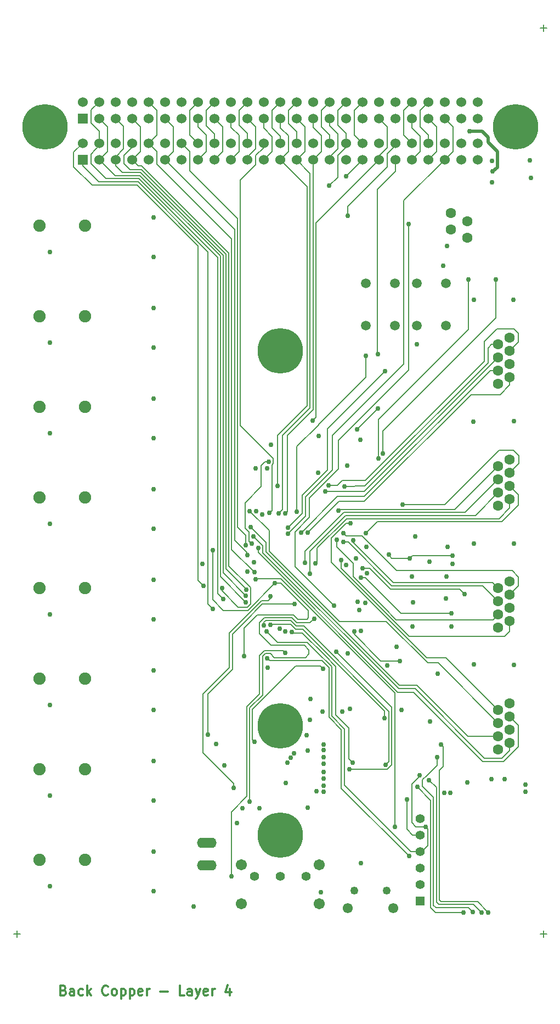
<source format=gbl>
G04 (created by PCBNEW (2013-07-07 BZR 4022)-stable) date 2/21/2016 2:52:36 PM*
%MOIN*%
G04 Gerber Fmt 3.4, Leading zero omitted, Abs format*
%FSLAX34Y34*%
G01*
G70*
G90*
G04 APERTURE LIST*
%ADD10C,0.00590551*%
%ADD11C,0.005*%
%ADD12C,0.0118*%
%ADD13C,0.0748031*%
%ADD14C,0.0672*%
%ADD15C,0.0551181*%
%ADD16C,0.275591*%
%ADD17R,0.06X0.06*%
%ADD18C,0.06*%
%ADD19C,0.0629921*%
%ADD20C,0.2756*%
%ADD21R,0.055X0.055*%
%ADD22C,0.055*%
%ADD23O,0.12X0.062*%
%ADD24O,0.12X0.063*%
%ADD25C,0.0610236*%
%ADD26C,0.0492126*%
%ADD27C,0.0590551*%
%ADD28C,0.03*%
%ADD29C,0.008*%
%ADD30C,0.02*%
G04 APERTURE END LIST*
G54D10*
G54D11*
X42190Y-9011D02*
X41809Y-9011D01*
X42000Y-9202D02*
X42000Y-8821D01*
X10190Y-64011D02*
X9809Y-64011D01*
X10000Y-64202D02*
X10000Y-63821D01*
X42190Y-64011D02*
X41809Y-64011D01*
X42000Y-64202D02*
X42000Y-63821D01*
G54D12*
X12837Y-67429D02*
X12922Y-67457D01*
X12950Y-67485D01*
X12978Y-67542D01*
X12978Y-67626D01*
X12950Y-67682D01*
X12922Y-67711D01*
X12865Y-67739D01*
X12640Y-67739D01*
X12640Y-67148D01*
X12837Y-67148D01*
X12894Y-67176D01*
X12922Y-67204D01*
X12950Y-67260D01*
X12950Y-67317D01*
X12922Y-67373D01*
X12894Y-67401D01*
X12837Y-67429D01*
X12640Y-67429D01*
X13485Y-67739D02*
X13485Y-67429D01*
X13456Y-67373D01*
X13400Y-67345D01*
X13288Y-67345D01*
X13231Y-67373D01*
X13485Y-67711D02*
X13428Y-67739D01*
X13288Y-67739D01*
X13231Y-67711D01*
X13203Y-67654D01*
X13203Y-67598D01*
X13231Y-67542D01*
X13288Y-67514D01*
X13428Y-67514D01*
X13485Y-67485D01*
X14019Y-67711D02*
X13963Y-67739D01*
X13850Y-67739D01*
X13794Y-67711D01*
X13766Y-67682D01*
X13738Y-67626D01*
X13738Y-67457D01*
X13766Y-67401D01*
X13794Y-67373D01*
X13850Y-67345D01*
X13963Y-67345D01*
X14019Y-67373D01*
X14272Y-67739D02*
X14272Y-67148D01*
X14329Y-67514D02*
X14498Y-67739D01*
X14498Y-67345D02*
X14272Y-67570D01*
X15539Y-67682D02*
X15511Y-67711D01*
X15426Y-67739D01*
X15370Y-67739D01*
X15286Y-67711D01*
X15229Y-67654D01*
X15201Y-67598D01*
X15173Y-67485D01*
X15173Y-67401D01*
X15201Y-67288D01*
X15229Y-67232D01*
X15286Y-67176D01*
X15370Y-67148D01*
X15426Y-67148D01*
X15511Y-67176D01*
X15539Y-67204D01*
X15877Y-67739D02*
X15820Y-67711D01*
X15792Y-67682D01*
X15764Y-67626D01*
X15764Y-67457D01*
X15792Y-67401D01*
X15820Y-67373D01*
X15877Y-67345D01*
X15961Y-67345D01*
X16017Y-67373D01*
X16046Y-67401D01*
X16074Y-67457D01*
X16074Y-67626D01*
X16046Y-67682D01*
X16017Y-67711D01*
X15961Y-67739D01*
X15877Y-67739D01*
X16327Y-67345D02*
X16327Y-67936D01*
X16327Y-67373D02*
X16383Y-67345D01*
X16496Y-67345D01*
X16552Y-67373D01*
X16580Y-67401D01*
X16608Y-67457D01*
X16608Y-67626D01*
X16580Y-67682D01*
X16552Y-67711D01*
X16496Y-67739D01*
X16383Y-67739D01*
X16327Y-67711D01*
X16862Y-67345D02*
X16862Y-67936D01*
X16862Y-67373D02*
X16918Y-67345D01*
X17030Y-67345D01*
X17087Y-67373D01*
X17115Y-67401D01*
X17143Y-67457D01*
X17143Y-67626D01*
X17115Y-67682D01*
X17087Y-67711D01*
X17030Y-67739D01*
X16918Y-67739D01*
X16862Y-67711D01*
X17621Y-67711D02*
X17565Y-67739D01*
X17453Y-67739D01*
X17396Y-67711D01*
X17368Y-67654D01*
X17368Y-67429D01*
X17396Y-67373D01*
X17453Y-67345D01*
X17565Y-67345D01*
X17621Y-67373D01*
X17650Y-67429D01*
X17650Y-67485D01*
X17368Y-67542D01*
X17903Y-67739D02*
X17903Y-67345D01*
X17903Y-67457D02*
X17931Y-67401D01*
X17959Y-67373D01*
X18015Y-67345D01*
X18072Y-67345D01*
X18719Y-67514D02*
X19169Y-67514D01*
X20182Y-67739D02*
X19901Y-67739D01*
X19901Y-67148D01*
X20633Y-67739D02*
X20633Y-67429D01*
X20605Y-67373D01*
X20548Y-67345D01*
X20436Y-67345D01*
X20379Y-67373D01*
X20633Y-67711D02*
X20576Y-67739D01*
X20436Y-67739D01*
X20379Y-67711D01*
X20351Y-67654D01*
X20351Y-67598D01*
X20379Y-67542D01*
X20436Y-67514D01*
X20576Y-67514D01*
X20633Y-67485D01*
X20858Y-67345D02*
X20999Y-67739D01*
X21139Y-67345D02*
X20999Y-67739D01*
X20942Y-67879D01*
X20914Y-67908D01*
X20858Y-67936D01*
X21590Y-67711D02*
X21533Y-67739D01*
X21421Y-67739D01*
X21364Y-67711D01*
X21336Y-67654D01*
X21336Y-67429D01*
X21364Y-67373D01*
X21421Y-67345D01*
X21533Y-67345D01*
X21590Y-67373D01*
X21618Y-67429D01*
X21618Y-67485D01*
X21336Y-67542D01*
X21871Y-67739D02*
X21871Y-67345D01*
X21871Y-67457D02*
X21899Y-67401D01*
X21927Y-67373D01*
X21984Y-67345D01*
X22040Y-67345D01*
X22940Y-67345D02*
X22940Y-67739D01*
X22800Y-67120D02*
X22659Y-67542D01*
X23025Y-67542D01*
G54D13*
X14133Y-21000D03*
X11377Y-21000D03*
X14133Y-26500D03*
X11377Y-26500D03*
X14133Y-32000D03*
X11377Y-32000D03*
X14133Y-37500D03*
X11377Y-37500D03*
X14133Y-43000D03*
X11377Y-43000D03*
X14133Y-48500D03*
X11377Y-48500D03*
X14133Y-54000D03*
X11377Y-54000D03*
X14133Y-59500D03*
X11377Y-59500D03*
G54D14*
X23637Y-62181D03*
X28362Y-62181D03*
G54D15*
X26000Y-60507D03*
X27574Y-60507D03*
X24425Y-60507D03*
G54D14*
X23637Y-59818D03*
X28362Y-59818D03*
G54D16*
X26000Y-58000D03*
X40300Y-15000D03*
X11700Y-15000D03*
G54D17*
X14000Y-14500D03*
G54D18*
X14000Y-13500D03*
X15000Y-14500D03*
X15000Y-13500D03*
X16000Y-14500D03*
X16000Y-13500D03*
X17000Y-14500D03*
X17000Y-13500D03*
X18000Y-14500D03*
X18000Y-13500D03*
X19000Y-14500D03*
X19000Y-13500D03*
X20000Y-14500D03*
X20000Y-13500D03*
X21000Y-14500D03*
X21000Y-13500D03*
X22000Y-14500D03*
X22000Y-13500D03*
X23000Y-14500D03*
X23000Y-13500D03*
X24000Y-14500D03*
X24000Y-13500D03*
X25000Y-14500D03*
X25000Y-13500D03*
X26000Y-14500D03*
X26000Y-13500D03*
X27000Y-14500D03*
X27000Y-13500D03*
X28000Y-14500D03*
X28000Y-13500D03*
X29000Y-14500D03*
X29000Y-13500D03*
X30000Y-14500D03*
X30000Y-13500D03*
X31000Y-14500D03*
X31000Y-13500D03*
X32000Y-14500D03*
X32000Y-13500D03*
X33000Y-14500D03*
X33000Y-13500D03*
X34000Y-14500D03*
X34000Y-13500D03*
X35000Y-14500D03*
X35000Y-13500D03*
X36000Y-14500D03*
X36000Y-13500D03*
X37000Y-14500D03*
X37000Y-13500D03*
X38000Y-14500D03*
X38000Y-13500D03*
G54D17*
X14000Y-17000D03*
G54D18*
X14000Y-16000D03*
X15000Y-17000D03*
X15000Y-16000D03*
X16000Y-17000D03*
X16000Y-16000D03*
X17000Y-17000D03*
X17000Y-16000D03*
X18000Y-17000D03*
X18000Y-16000D03*
X19000Y-17000D03*
X19000Y-16000D03*
X20000Y-17000D03*
X20000Y-16000D03*
X21000Y-17000D03*
X21000Y-16000D03*
X22000Y-17000D03*
X22000Y-16000D03*
X23000Y-17000D03*
X23000Y-16000D03*
X24000Y-17000D03*
X24000Y-16000D03*
X25000Y-17000D03*
X25000Y-16000D03*
X26000Y-17000D03*
X26000Y-16000D03*
X27000Y-17000D03*
X27000Y-16000D03*
X28000Y-17000D03*
X28000Y-16000D03*
X29000Y-17000D03*
X29000Y-16000D03*
X30000Y-17000D03*
X30000Y-16000D03*
X31000Y-17000D03*
X31000Y-16000D03*
X32000Y-17000D03*
X32000Y-16000D03*
X33000Y-17000D03*
X33000Y-16000D03*
X34000Y-17000D03*
X34000Y-16000D03*
X35000Y-17000D03*
X35000Y-16000D03*
X36000Y-17000D03*
X36000Y-16000D03*
X37000Y-17000D03*
X37000Y-16000D03*
X38000Y-17000D03*
X38000Y-16000D03*
G54D19*
X39952Y-51596D03*
X39952Y-50797D03*
X39251Y-52002D03*
X39251Y-51203D03*
X39251Y-52801D03*
X39952Y-52396D03*
X39251Y-50403D03*
X39952Y-49998D03*
X39952Y-36796D03*
X39952Y-35997D03*
X39251Y-37202D03*
X39251Y-36403D03*
X39251Y-38001D03*
X39952Y-37596D03*
X39251Y-35603D03*
X39952Y-35198D03*
X39952Y-29396D03*
X39952Y-28597D03*
X39251Y-29802D03*
X39251Y-29003D03*
X39251Y-30601D03*
X39952Y-30196D03*
X39251Y-28203D03*
X39952Y-27798D03*
X39952Y-44196D03*
X39952Y-43397D03*
X39251Y-44602D03*
X39251Y-43803D03*
X39251Y-45401D03*
X39952Y-44996D03*
X39251Y-43003D03*
X39952Y-42598D03*
X36368Y-21248D03*
X36368Y-20251D03*
X37368Y-21748D03*
X37368Y-20751D03*
G54D20*
X26000Y-28622D03*
X26000Y-51377D03*
G54D21*
X34500Y-62000D03*
G54D22*
X34500Y-61000D03*
X34500Y-60000D03*
X34500Y-59000D03*
X34500Y-58000D03*
X34500Y-57000D03*
G54D23*
X21550Y-59838D03*
G54D24*
X21550Y-58461D03*
G54D25*
X30122Y-62429D03*
G54D26*
X32484Y-61375D03*
X30515Y-61375D03*
G54D25*
X32877Y-62429D03*
G54D27*
X32985Y-24520D03*
X31214Y-24520D03*
X31214Y-27079D03*
X32985Y-27079D03*
X36085Y-24520D03*
X34314Y-24520D03*
X34314Y-27079D03*
X36085Y-27079D03*
G54D28*
X21900Y-44260D03*
X21340Y-42880D03*
X23912Y-43872D03*
X22540Y-43680D03*
X23916Y-43476D03*
X22474Y-42992D03*
X23924Y-43102D03*
X24426Y-42044D03*
X23990Y-41014D03*
X23904Y-40392D03*
X25332Y-38458D03*
X25825Y-36809D03*
X25922Y-38472D03*
X26316Y-38490D03*
X28960Y-18590D03*
X30000Y-18010D03*
X27980Y-32830D03*
X31942Y-28806D03*
X31942Y-32108D03*
X30660Y-33390D03*
X30120Y-20410D03*
X29280Y-44090D03*
X33810Y-20900D03*
X26480Y-39721D03*
X25406Y-45253D03*
X37140Y-62700D03*
X34350Y-55090D03*
X32334Y-50916D03*
X35540Y-53260D03*
X37690Y-62670D03*
X38230Y-62700D03*
X35050Y-54670D03*
X35770Y-52500D03*
X38650Y-62700D03*
X25215Y-47264D03*
X33840Y-59290D03*
X33690Y-55850D03*
X32415Y-53742D03*
X25022Y-45275D03*
X25189Y-45646D03*
X34470Y-54380D03*
X34840Y-57500D03*
X30190Y-54000D03*
X29405Y-46868D03*
X28060Y-44860D03*
X24150Y-55960D03*
X24430Y-52330D03*
X28600Y-47900D03*
X26860Y-43990D03*
X21600Y-51900D03*
X37430Y-24280D03*
X31960Y-35150D03*
X39110Y-24280D03*
X32240Y-34840D03*
X29912Y-36844D03*
X27277Y-39650D03*
X28927Y-36771D03*
X28754Y-37143D03*
X27680Y-39640D03*
X29545Y-38300D03*
X31198Y-39690D03*
X27800Y-42130D03*
X33430Y-37940D03*
X27515Y-41460D03*
X28150Y-41500D03*
X30450Y-40120D03*
X29850Y-39680D03*
X29850Y-40220D03*
X29450Y-40090D03*
X29709Y-41323D03*
X30279Y-39082D03*
X24387Y-39890D03*
X37220Y-43390D03*
X31001Y-41823D03*
X24155Y-38335D03*
X24683Y-40580D03*
X24194Y-39300D03*
X27020Y-38370D03*
X31210Y-28920D03*
X23180Y-55150D03*
X25400Y-43500D03*
X24490Y-42472D03*
X32970Y-57520D03*
X30900Y-45600D03*
X30900Y-59725D03*
X28475Y-61459D03*
X24270Y-40320D03*
X25300Y-35346D03*
X23800Y-47150D03*
X33880Y-41205D03*
X21913Y-40723D03*
X25689Y-42717D03*
X36460Y-41040D03*
X32590Y-40975D03*
X30508Y-45626D03*
X33283Y-47426D03*
X24400Y-41450D03*
X34300Y-28200D03*
X27800Y-51000D03*
X38860Y-17080D03*
X25970Y-45480D03*
X30900Y-42390D03*
X30020Y-41600D03*
X31240Y-40520D03*
X33370Y-50400D03*
X38840Y-54600D03*
X36400Y-44535D03*
X22610Y-53760D03*
X28570Y-50505D03*
X27620Y-51940D03*
X29780Y-50514D03*
X30880Y-34010D03*
X36480Y-41550D03*
X22110Y-52485D03*
X23700Y-56379D03*
X37770Y-25500D03*
X27680Y-56340D03*
X27680Y-52874D03*
X37780Y-47640D03*
X37780Y-40300D03*
X37730Y-32910D03*
X24900Y-38540D03*
X28200Y-55350D03*
X38910Y-17710D03*
X37510Y-15260D03*
X36130Y-22230D03*
X38860Y-18370D03*
X28330Y-33760D03*
X26340Y-54840D03*
X24730Y-56379D03*
X24008Y-42004D03*
X27835Y-49729D03*
X25250Y-47850D03*
X12000Y-61100D03*
X12000Y-55600D03*
X12000Y-50100D03*
X12000Y-44600D03*
X12000Y-39100D03*
X12000Y-33600D03*
X12000Y-28100D03*
X12000Y-22600D03*
X18300Y-61400D03*
X18300Y-59000D03*
X18300Y-55900D03*
X18300Y-53500D03*
X18300Y-50400D03*
X18300Y-48000D03*
X18300Y-44900D03*
X18300Y-42500D03*
X18300Y-39400D03*
X18300Y-37000D03*
X18300Y-33900D03*
X18300Y-31500D03*
X18300Y-28400D03*
X18300Y-26000D03*
X18300Y-22900D03*
X18300Y-20500D03*
X28650Y-52500D03*
X28640Y-55360D03*
X26320Y-45650D03*
X31170Y-43920D03*
X30120Y-46960D03*
X30600Y-41200D03*
X31275Y-42100D03*
X24545Y-38330D03*
X36340Y-55450D03*
X35970Y-55450D03*
X36060Y-43629D03*
X40170Y-25500D03*
X33060Y-46570D03*
X40200Y-47679D03*
X36090Y-42300D03*
X34060Y-43879D03*
X30064Y-35566D03*
X21275Y-41530D03*
X25435Y-34300D03*
X41229Y-18110D03*
X41179Y-17050D03*
X35920Y-23440D03*
X35070Y-41420D03*
X26640Y-53320D03*
X20750Y-62350D03*
X24505Y-35735D03*
X25205Y-35735D03*
X35565Y-48209D03*
X36405Y-45340D03*
X36185Y-40520D03*
X34210Y-39860D03*
X39630Y-54610D03*
X35100Y-51100D03*
X28290Y-36000D03*
X34000Y-42300D03*
X30225Y-50329D03*
X28640Y-54190D03*
X28645Y-53664D03*
X28650Y-52850D03*
X28640Y-55000D03*
X28650Y-53280D03*
X28640Y-54580D03*
X23380Y-57270D03*
X40200Y-32890D03*
X40220Y-40300D03*
X37370Y-54794D03*
X40900Y-55370D03*
X40900Y-54929D03*
X26450Y-53600D03*
X26840Y-53040D03*
X34025Y-45340D03*
X30710Y-43850D03*
X26464Y-39339D03*
X32372Y-29856D03*
X32500Y-47725D03*
X30790Y-44350D03*
X23040Y-60510D03*
X26300Y-46950D03*
X30410Y-53620D03*
X26704Y-45664D03*
G54D29*
X21616Y-22606D02*
X21616Y-43976D01*
X17360Y-18349D02*
X21616Y-22606D01*
X14000Y-17380D02*
X14969Y-18349D01*
X14969Y-18349D02*
X17360Y-18349D01*
X14000Y-17380D02*
X14000Y-17000D01*
X21616Y-43976D02*
X21900Y-44260D01*
X21000Y-42540D02*
X21000Y-22234D01*
X17420Y-18654D02*
X21000Y-22234D01*
X17420Y-18655D02*
X17420Y-18654D01*
X17322Y-18557D02*
X17420Y-18655D01*
X14586Y-18557D02*
X17322Y-18557D01*
X13456Y-17427D02*
X14586Y-18557D01*
X13456Y-16543D02*
X13456Y-17427D01*
X13456Y-16543D02*
X14000Y-16000D01*
X21000Y-42540D02*
X21340Y-42880D01*
X17461Y-17960D02*
X15960Y-17960D01*
X15960Y-17960D02*
X15000Y-17000D01*
X17461Y-17960D02*
X22357Y-22857D01*
X22357Y-42317D02*
X22357Y-22857D01*
X23912Y-43872D02*
X22357Y-42317D01*
X15497Y-16502D02*
X15202Y-16797D01*
X15497Y-14997D02*
X15497Y-16502D01*
X15000Y-14500D02*
X15497Y-14997D01*
X15202Y-16797D02*
X15000Y-17000D01*
X15409Y-18140D02*
X17390Y-18140D01*
X14787Y-16390D02*
X14789Y-16390D01*
X14787Y-16390D02*
X14512Y-16666D01*
X14512Y-16666D02*
X14512Y-17243D01*
X14512Y-17243D02*
X15409Y-18140D01*
X14789Y-16390D02*
X15000Y-16180D01*
X15000Y-16000D02*
X15000Y-16180D01*
X22190Y-43330D02*
X22540Y-43680D01*
X22190Y-22940D02*
X22190Y-43330D01*
X17390Y-18140D02*
X22190Y-22940D01*
X15000Y-16000D02*
X15000Y-15260D01*
X15000Y-15260D02*
X14515Y-14775D01*
X14515Y-13984D02*
X14515Y-14775D01*
X15000Y-13500D02*
X14515Y-13984D01*
X22527Y-22799D02*
X22527Y-42087D01*
X17507Y-17780D02*
X22527Y-22799D01*
X16000Y-17390D02*
X16390Y-17780D01*
X16390Y-17780D02*
X17507Y-17780D01*
X16000Y-17000D02*
X16000Y-17390D01*
X22527Y-42087D02*
X23916Y-43476D01*
X16000Y-17000D02*
X16000Y-16830D01*
X16000Y-16830D02*
X16487Y-16342D01*
X16487Y-14987D02*
X16487Y-16342D01*
X16000Y-14500D02*
X16487Y-14987D01*
X24192Y-42986D02*
X22884Y-41678D01*
X24192Y-43990D02*
X24192Y-42986D01*
X24014Y-44168D02*
X24192Y-43990D01*
X23896Y-44168D02*
X24014Y-44168D01*
X23896Y-44168D02*
X23450Y-44168D01*
X17382Y-17382D02*
X17588Y-17382D01*
X17588Y-17382D02*
X22884Y-22678D01*
X22884Y-22678D02*
X22884Y-41678D01*
X17382Y-17382D02*
X17000Y-17000D01*
X22471Y-42989D02*
X22474Y-42992D01*
X23450Y-44168D02*
X22471Y-43189D01*
X22471Y-43189D02*
X22471Y-42989D01*
X17000Y-17000D02*
X17494Y-16505D01*
X17494Y-14994D02*
X17494Y-16505D01*
X17000Y-14500D02*
X17494Y-14994D01*
X22697Y-22731D02*
X22697Y-41837D01*
X16865Y-17600D02*
X17565Y-17600D01*
X17565Y-17600D02*
X22697Y-22731D01*
X17000Y-16000D02*
X17000Y-16236D01*
X17000Y-16236D02*
X16492Y-16744D01*
X16492Y-16744D02*
X16492Y-17226D01*
X16492Y-17226D02*
X16865Y-17600D01*
X23924Y-43064D02*
X23924Y-43102D01*
X22697Y-41837D02*
X23924Y-43064D01*
X18500Y-16500D02*
X18000Y-16000D01*
X18500Y-16500D02*
X18500Y-17261D01*
X18500Y-17261D02*
X23052Y-21813D01*
X23052Y-21813D02*
X23052Y-40670D01*
X24426Y-42044D02*
X23052Y-40670D01*
X18494Y-15505D02*
X18000Y-16000D01*
X18494Y-13994D02*
X18494Y-15505D01*
X18000Y-13500D02*
X18494Y-13994D01*
X23230Y-40100D02*
X23986Y-40856D01*
X23230Y-21230D02*
X19000Y-17000D01*
X23230Y-21230D02*
X23230Y-40100D01*
X23986Y-41010D02*
X23986Y-40856D01*
X23990Y-41014D02*
X23986Y-41010D01*
X19501Y-16498D02*
X19000Y-17000D01*
X19501Y-15001D02*
X19501Y-16498D01*
X19000Y-14500D02*
X19501Y-15001D01*
X20500Y-16500D02*
X20000Y-16000D01*
X20500Y-17674D02*
X23408Y-20582D01*
X20500Y-16500D02*
X20500Y-17674D01*
X23408Y-20582D02*
X23408Y-39318D01*
X23890Y-39800D02*
X23408Y-39318D01*
X23890Y-40378D02*
X23890Y-39800D01*
X23904Y-40392D02*
X23890Y-40378D01*
X21000Y-15020D02*
X21000Y-14500D01*
X21502Y-15522D02*
X21000Y-15020D01*
X21502Y-16497D02*
X21502Y-15522D01*
X21000Y-17000D02*
X21502Y-16497D01*
X20499Y-15499D02*
X21000Y-16000D01*
X20499Y-14000D02*
X20499Y-15499D01*
X21000Y-13500D02*
X20499Y-14000D01*
X22502Y-15002D02*
X22000Y-14500D01*
X22502Y-16497D02*
X22502Y-15002D01*
X22000Y-17000D02*
X22502Y-16497D01*
X22000Y-16000D02*
X22000Y-15440D01*
X21499Y-14000D02*
X22000Y-13500D01*
X21499Y-14000D02*
X21499Y-14939D01*
X21499Y-14939D02*
X22000Y-15440D01*
X23010Y-15030D02*
X23010Y-14510D01*
X23000Y-17000D02*
X23496Y-16503D01*
X23496Y-16503D02*
X23496Y-15516D01*
X23496Y-15516D02*
X23010Y-15030D01*
X23010Y-14510D02*
X23000Y-14500D01*
X24000Y-17000D02*
X24000Y-16740D01*
X24000Y-16850D02*
X24497Y-16352D01*
X24497Y-14997D02*
X24497Y-16352D01*
X24000Y-14500D02*
X24497Y-14997D01*
X23502Y-13997D02*
X24000Y-13500D01*
X23502Y-14906D02*
X23502Y-13997D01*
X24000Y-15403D02*
X23502Y-14906D01*
X24000Y-16000D02*
X24000Y-15403D01*
X25502Y-16497D02*
X25000Y-17000D01*
X25502Y-15592D02*
X25502Y-16497D01*
X25000Y-15090D02*
X25502Y-15592D01*
X25000Y-14500D02*
X25000Y-15090D01*
X25497Y-38292D02*
X25497Y-35531D01*
X25497Y-35531D02*
X25570Y-35458D01*
X25570Y-35458D02*
X25570Y-35140D01*
X25570Y-35140D02*
X24440Y-34010D01*
X24440Y-34010D02*
X24440Y-34010D01*
X24510Y-16756D02*
X25000Y-16266D01*
X25000Y-16266D02*
X25000Y-16000D01*
X23585Y-33155D02*
X23585Y-18245D01*
X23585Y-18245D02*
X24510Y-17320D01*
X24510Y-17320D02*
X24510Y-16756D01*
X24440Y-34010D02*
X23585Y-33155D01*
X25332Y-38458D02*
X25497Y-38292D01*
X26000Y-15060D02*
X26000Y-14500D01*
X26492Y-15552D02*
X26000Y-15060D01*
X26492Y-16507D02*
X26492Y-15552D01*
X26000Y-17000D02*
X26492Y-16507D01*
X26000Y-17000D02*
X27648Y-18648D01*
X25825Y-33753D02*
X25825Y-36809D01*
X27648Y-31930D02*
X25825Y-33753D01*
X27648Y-18648D02*
X27648Y-31930D01*
X26000Y-16000D02*
X26000Y-15580D01*
X26000Y-15580D02*
X25492Y-15072D01*
X25492Y-14007D02*
X26000Y-13500D01*
X25492Y-15072D02*
X25492Y-14007D01*
X26150Y-38243D02*
X26150Y-33748D01*
X26150Y-33748D02*
X27818Y-32080D01*
X27818Y-32080D02*
X27818Y-17828D01*
X27000Y-17010D02*
X27818Y-17828D01*
X27000Y-17010D02*
X27000Y-17000D01*
X25922Y-38472D02*
X26150Y-38243D01*
X27497Y-16501D02*
X26998Y-17000D01*
X27497Y-14997D02*
X27497Y-16501D01*
X27000Y-14500D02*
X27497Y-14997D01*
X26998Y-17000D02*
X27000Y-17000D01*
X27000Y-16000D02*
X27000Y-15310D01*
X27000Y-15310D02*
X26502Y-14812D01*
X26502Y-13997D02*
X27000Y-13500D01*
X26502Y-14812D02*
X26502Y-13997D01*
X26430Y-38375D02*
X26430Y-38205D01*
X26316Y-38490D02*
X26430Y-38375D01*
X28502Y-16497D02*
X28000Y-17000D01*
X28502Y-15532D02*
X28502Y-16497D01*
X28000Y-15030D02*
X28502Y-15532D01*
X28000Y-14500D02*
X28000Y-15030D01*
X28000Y-32181D02*
X28000Y-17000D01*
X26430Y-33750D02*
X28000Y-32181D01*
X26430Y-38205D02*
X26430Y-33750D01*
X29000Y-17000D02*
X29000Y-16840D01*
X29000Y-16840D02*
X29496Y-16343D01*
X29000Y-14500D02*
X29000Y-14950D01*
X29496Y-16343D02*
X29496Y-15446D01*
X29496Y-15446D02*
X29000Y-14950D01*
X29000Y-16000D02*
X29000Y-15510D01*
X28499Y-14000D02*
X29000Y-13500D01*
X28499Y-14000D02*
X28499Y-15009D01*
X28499Y-15009D02*
X29000Y-15510D01*
X29498Y-16757D02*
X29500Y-18070D01*
X29500Y-18070D02*
X28960Y-18590D01*
X29502Y-13997D02*
X30000Y-13500D01*
X29502Y-14906D02*
X29502Y-13997D01*
X30000Y-15403D02*
X29502Y-14906D01*
X30000Y-16000D02*
X30000Y-15403D01*
X30000Y-16256D02*
X30000Y-16000D01*
X29498Y-16757D02*
X30000Y-16256D01*
X30000Y-18010D02*
X30760Y-17250D01*
X30760Y-17240D02*
X31000Y-17000D01*
X30760Y-17250D02*
X30760Y-17240D01*
X30492Y-14007D02*
X31000Y-13500D01*
X30492Y-15492D02*
X30492Y-14007D01*
X31000Y-16000D02*
X30492Y-15492D01*
X32000Y-16773D02*
X32000Y-17000D01*
X32492Y-16281D02*
X32000Y-16773D01*
X32492Y-14992D02*
X32492Y-16281D01*
X32000Y-14500D02*
X32492Y-14992D01*
X32000Y-17000D02*
X28171Y-20828D01*
X28171Y-32639D02*
X27980Y-32830D01*
X28171Y-20828D02*
X28171Y-32639D01*
X33000Y-17722D02*
X33000Y-17000D01*
X31922Y-18800D02*
X33000Y-17722D01*
X31922Y-28786D02*
X31922Y-18800D01*
X31942Y-28806D02*
X31922Y-28786D01*
X30660Y-33390D02*
X31942Y-32108D01*
X31830Y-18120D02*
X32496Y-17454D01*
X32496Y-17454D02*
X32496Y-16653D01*
X32496Y-16653D02*
X33000Y-16150D01*
X31829Y-18120D02*
X30120Y-19830D01*
X30120Y-19830D02*
X30120Y-20410D01*
X31830Y-18120D02*
X31829Y-18120D01*
X34502Y-16497D02*
X34000Y-17000D01*
X34502Y-15582D02*
X34502Y-16497D01*
X34000Y-15080D02*
X34502Y-15582D01*
X34000Y-14500D02*
X34000Y-15080D01*
X33492Y-15492D02*
X34000Y-16000D01*
X33492Y-14007D02*
X33492Y-15492D01*
X34000Y-13500D02*
X33492Y-14007D01*
X35492Y-14992D02*
X35000Y-14500D01*
X35492Y-16507D02*
X35492Y-14992D01*
X35000Y-17000D02*
X35492Y-16507D01*
X35000Y-15513D02*
X35000Y-16000D01*
X34492Y-15006D02*
X35000Y-15513D01*
X34492Y-14007D02*
X34492Y-15006D01*
X35000Y-13500D02*
X34492Y-14007D01*
X33810Y-29760D02*
X33810Y-20900D01*
X33424Y-30145D02*
X33810Y-29760D01*
X26892Y-39594D02*
X26892Y-41702D01*
X27766Y-38720D02*
X26892Y-39594D01*
X27766Y-37537D02*
X27766Y-38720D01*
X29531Y-35772D02*
X27766Y-37537D01*
X29531Y-34042D02*
X29531Y-35772D01*
X26892Y-41702D02*
X29280Y-44090D01*
X33424Y-30150D02*
X29531Y-34042D01*
X33424Y-30150D02*
X33424Y-30145D01*
X33520Y-29410D02*
X33520Y-19480D01*
X33080Y-29850D02*
X33520Y-29410D01*
X33075Y-29850D02*
X29189Y-33737D01*
X29189Y-33737D02*
X29189Y-35834D01*
X29189Y-35834D02*
X27544Y-37479D01*
X27544Y-37479D02*
X27544Y-38657D01*
X27544Y-38657D02*
X27544Y-38657D01*
X27544Y-38657D02*
X26480Y-39721D01*
X33075Y-29850D02*
X33080Y-29850D01*
X33520Y-19480D02*
X36000Y-17000D01*
X36000Y-14500D02*
X36500Y-15000D01*
X36500Y-16500D02*
X36000Y-17000D01*
X36500Y-15000D02*
X36500Y-16500D01*
X35449Y-62700D02*
X37140Y-62700D01*
X35150Y-62400D02*
X35449Y-62700D01*
X35150Y-55900D02*
X35150Y-62400D01*
X34350Y-55090D02*
X35150Y-55900D01*
X32334Y-50475D02*
X32334Y-50916D01*
X27366Y-45507D02*
X32334Y-50475D01*
X27064Y-45507D02*
X27366Y-45507D01*
X27066Y-45509D02*
X27064Y-45507D01*
X26936Y-45509D02*
X27066Y-45509D01*
X26636Y-45209D02*
X26936Y-45509D01*
X25450Y-45209D02*
X26636Y-45209D01*
X25406Y-45253D02*
X25450Y-45209D01*
X35540Y-53780D02*
X35540Y-53260D01*
X34939Y-54359D02*
X35540Y-53780D01*
X34940Y-54359D02*
X34939Y-54359D01*
X34650Y-54650D02*
X34940Y-54359D01*
X34650Y-55029D02*
X34650Y-54650D01*
X35320Y-55699D02*
X34650Y-55029D01*
X35320Y-62260D02*
X35320Y-55699D01*
X35480Y-62420D02*
X35320Y-62260D01*
X37440Y-62420D02*
X35480Y-62420D01*
X37690Y-62670D02*
X37440Y-62420D01*
X35050Y-54669D02*
X35050Y-54670D01*
X35500Y-55100D02*
X35050Y-54669D01*
X35490Y-62079D02*
X35500Y-55100D01*
X35630Y-62220D02*
X35490Y-62079D01*
X37750Y-62220D02*
X35630Y-62220D01*
X38230Y-62700D02*
X37750Y-62220D01*
X35920Y-52650D02*
X35770Y-52500D01*
X35920Y-53830D02*
X35920Y-52650D01*
X35670Y-54080D02*
X35920Y-53830D01*
X35670Y-61949D02*
X35670Y-54080D01*
X35760Y-62040D02*
X35670Y-61949D01*
X37990Y-62040D02*
X35760Y-62040D01*
X38650Y-62700D02*
X37990Y-62040D01*
X29721Y-55171D02*
X29721Y-51597D01*
X25215Y-47265D02*
X25360Y-47410D01*
X25360Y-47410D02*
X28523Y-47410D01*
X25215Y-47264D02*
X25215Y-47265D01*
X33840Y-59290D02*
X29721Y-55171D01*
X28969Y-47856D02*
X28523Y-47410D01*
X28969Y-50846D02*
X28969Y-47856D01*
X29721Y-51597D02*
X28969Y-50846D01*
X33690Y-55850D02*
X33690Y-57640D01*
X34050Y-58000D02*
X34500Y-58000D01*
X33690Y-57640D02*
X34050Y-58000D01*
X32609Y-53549D02*
X32415Y-53742D01*
X32609Y-50494D02*
X32609Y-53549D01*
X27432Y-45317D02*
X32609Y-50494D01*
X27100Y-45317D02*
X27432Y-45317D01*
X27102Y-45319D02*
X27100Y-45317D01*
X26982Y-45319D02*
X27102Y-45319D01*
X26644Y-44980D02*
X26982Y-45319D01*
X25129Y-44980D02*
X26644Y-44980D01*
X25022Y-45087D02*
X25129Y-44980D01*
X25022Y-45275D02*
X25022Y-45087D01*
X25022Y-45275D02*
X25022Y-45275D01*
X25189Y-45646D02*
X25852Y-46309D01*
X25852Y-46309D02*
X27648Y-46309D01*
X34980Y-58630D02*
X34980Y-57640D01*
X34610Y-59000D02*
X34980Y-58630D01*
X34980Y-57640D02*
X34840Y-57500D01*
X34840Y-57500D02*
X34240Y-57500D01*
X34470Y-54440D02*
X34470Y-54380D01*
X33990Y-54922D02*
X34470Y-54440D01*
X34240Y-57500D02*
X33990Y-57250D01*
X33990Y-57250D02*
X33990Y-54922D01*
X34610Y-59000D02*
X33950Y-59000D01*
X29910Y-54960D02*
X29910Y-51560D01*
X33950Y-59000D02*
X29910Y-54960D01*
X27648Y-46309D02*
X28200Y-46861D01*
X28200Y-46861D02*
X28200Y-46860D01*
X29130Y-50780D02*
X29910Y-51560D01*
X29130Y-47790D02*
X29130Y-50780D01*
X29130Y-47790D02*
X28200Y-46860D01*
X30214Y-54024D02*
X30190Y-54000D01*
X29405Y-46868D02*
X32784Y-50247D01*
X32784Y-50247D02*
X32784Y-53756D01*
X32784Y-53756D02*
X32516Y-54024D01*
X32516Y-54024D02*
X30214Y-54024D01*
X28060Y-44860D02*
X27820Y-45100D01*
X24150Y-50290D02*
X24150Y-55960D01*
X24930Y-49510D02*
X24150Y-50290D01*
X24930Y-47150D02*
X24930Y-49510D01*
X25090Y-46990D02*
X24930Y-47150D01*
X25410Y-46990D02*
X25090Y-46990D01*
X25650Y-47230D02*
X25410Y-46990D01*
X27540Y-47230D02*
X25650Y-47230D01*
X27750Y-47020D02*
X27540Y-47230D01*
X27750Y-46760D02*
X27750Y-47020D01*
X27470Y-46480D02*
X27750Y-46760D01*
X25450Y-46480D02*
X27470Y-46480D01*
X24750Y-45780D02*
X25450Y-46480D01*
X24750Y-45120D02*
X24750Y-45780D01*
X25050Y-44820D02*
X24750Y-45120D01*
X26720Y-44820D02*
X25050Y-44820D01*
X27000Y-45100D02*
X26720Y-44820D01*
X27820Y-45100D02*
X27000Y-45100D01*
X28430Y-47730D02*
X26955Y-47730D01*
X24320Y-52220D02*
X24320Y-50365D01*
X24320Y-50365D02*
X26955Y-47730D01*
X24430Y-52330D02*
X24320Y-52220D01*
X28600Y-47900D02*
X28430Y-47730D01*
X23100Y-45800D02*
X23100Y-47953D01*
X24914Y-43987D02*
X26862Y-43987D01*
X23801Y-45101D02*
X24914Y-43987D01*
X26862Y-43987D02*
X26860Y-43990D01*
X23798Y-45101D02*
X23100Y-45800D01*
X21600Y-49453D02*
X21600Y-51900D01*
X23801Y-45101D02*
X23798Y-45101D01*
X23100Y-47953D02*
X21600Y-49453D01*
X31960Y-32790D02*
X37430Y-27320D01*
X37430Y-27320D02*
X37430Y-24280D01*
X31960Y-32790D02*
X31960Y-35150D01*
X39110Y-26620D02*
X39110Y-24280D01*
X32240Y-33490D02*
X39110Y-26620D01*
X32240Y-33490D02*
X32240Y-34840D01*
X29912Y-36844D02*
X31135Y-36824D01*
X38630Y-28430D02*
X38856Y-28203D01*
X38630Y-29330D02*
X38630Y-28430D01*
X31135Y-36824D02*
X38630Y-29330D01*
X39251Y-28203D02*
X38856Y-28203D01*
X39251Y-29802D02*
X38767Y-29802D01*
X38767Y-29802D02*
X31116Y-37453D01*
X27295Y-39632D02*
X27277Y-39650D01*
X27295Y-39632D02*
X27295Y-39632D01*
X27295Y-39634D02*
X27295Y-39632D01*
X29476Y-37453D02*
X27295Y-39634D01*
X31116Y-37453D02*
X29476Y-37453D01*
X38420Y-29250D02*
X38420Y-28027D01*
X40481Y-28068D02*
X39952Y-28597D01*
X40481Y-27547D02*
X40481Y-28068D01*
X40214Y-27279D02*
X40481Y-27547D01*
X39167Y-27279D02*
X40214Y-27279D01*
X38420Y-28027D02*
X39167Y-27279D01*
X29758Y-36488D02*
X31181Y-36488D01*
X31181Y-36488D02*
X38420Y-29250D01*
X29475Y-36771D02*
X29758Y-36488D01*
X28927Y-36771D02*
X29475Y-36771D01*
X31110Y-37144D02*
X39251Y-29003D01*
X28753Y-37144D02*
X31110Y-37144D01*
X28754Y-37143D02*
X28753Y-37144D01*
X27680Y-39640D02*
X29567Y-37752D01*
X31117Y-37752D02*
X29567Y-37752D01*
X39952Y-30196D02*
X39952Y-30691D01*
X39952Y-30691D02*
X39374Y-31270D01*
X39374Y-31270D02*
X37599Y-31270D01*
X37599Y-31270D02*
X31117Y-37752D01*
X36615Y-38240D02*
X39251Y-35603D01*
X29605Y-38240D02*
X36615Y-38240D01*
X29545Y-38300D02*
X29605Y-38240D01*
X39236Y-35603D02*
X39251Y-35603D01*
X39487Y-38989D02*
X31898Y-38989D01*
X40489Y-37987D02*
X39487Y-38989D01*
X40489Y-37333D02*
X40489Y-37987D01*
X40489Y-37333D02*
X39952Y-36796D01*
X31198Y-39690D02*
X31898Y-38989D01*
X27794Y-40769D02*
X27794Y-42124D01*
X39251Y-37202D02*
X37861Y-38592D01*
X37861Y-38592D02*
X29972Y-38592D01*
X29972Y-38592D02*
X27794Y-40769D01*
X27794Y-42124D02*
X27800Y-42130D01*
X36000Y-37940D02*
X39300Y-34640D01*
X40491Y-34966D02*
X40165Y-34640D01*
X40491Y-35458D02*
X40491Y-34966D01*
X40491Y-35458D02*
X39952Y-35997D01*
X39300Y-34640D02*
X40165Y-34640D01*
X33430Y-37940D02*
X36000Y-37940D01*
X27515Y-41460D02*
X27515Y-40773D01*
X29875Y-38412D02*
X27515Y-40773D01*
X39251Y-36403D02*
X37242Y-38412D01*
X37242Y-38412D02*
X29875Y-38412D01*
X39952Y-38146D02*
X39305Y-38792D01*
X39305Y-38792D02*
X30038Y-38792D01*
X39952Y-37596D02*
X39952Y-38146D01*
X28240Y-40590D02*
X30038Y-38792D01*
X28150Y-41500D02*
X28240Y-41409D01*
X28240Y-41409D02*
X28240Y-40590D01*
X32865Y-42670D02*
X38918Y-42670D01*
X32865Y-42670D02*
X30450Y-40235D01*
X30450Y-40235D02*
X30450Y-40120D01*
X38918Y-42670D02*
X39251Y-43003D01*
X33082Y-41958D02*
X30969Y-39840D01*
X39952Y-43397D02*
X40469Y-42880D01*
X40469Y-42880D02*
X40469Y-42334D01*
X40469Y-42334D02*
X40093Y-41958D01*
X40093Y-41958D02*
X33082Y-41958D01*
X29850Y-39680D02*
X29850Y-39685D01*
X30005Y-39840D02*
X30969Y-39840D01*
X29850Y-39685D02*
X30005Y-39840D01*
X32777Y-42874D02*
X30126Y-40222D01*
X38322Y-42874D02*
X32777Y-42874D01*
X39251Y-43803D02*
X38322Y-42874D01*
X30126Y-40222D02*
X29850Y-40220D01*
X32296Y-44184D02*
X32296Y-44184D01*
X32296Y-44184D02*
X33041Y-44930D01*
X38924Y-44930D02*
X39251Y-44602D01*
X33041Y-44930D02*
X38924Y-44930D01*
X39251Y-44602D02*
X39251Y-44601D01*
X30430Y-42318D02*
X30430Y-41494D01*
X32296Y-44184D02*
X30430Y-42318D01*
X29450Y-40500D02*
X29450Y-40090D01*
X30430Y-41494D02*
X29450Y-40500D01*
X39628Y-45951D02*
X33836Y-45951D01*
X39952Y-45626D02*
X39628Y-45951D01*
X39952Y-44996D02*
X39952Y-45626D01*
X29709Y-41824D02*
X29709Y-41323D01*
X33836Y-45951D02*
X29709Y-41824D01*
X39251Y-50403D02*
X36088Y-47240D01*
X30279Y-39082D02*
X30279Y-39082D01*
X30015Y-39082D02*
X30279Y-39082D01*
X29111Y-39986D02*
X30015Y-39082D01*
X29111Y-41452D02*
X29111Y-39986D01*
X34898Y-47240D02*
X29111Y-41452D01*
X36088Y-47240D02*
X34898Y-47240D01*
X38422Y-53342D02*
X39476Y-53342D01*
X39476Y-53342D02*
X39952Y-52866D01*
X39952Y-52396D02*
X39952Y-52866D01*
X24387Y-39890D02*
X24953Y-40455D01*
X24953Y-40455D02*
X24953Y-40883D01*
X24953Y-40883D02*
X33194Y-49124D01*
X33194Y-49124D02*
X34204Y-49124D01*
X34204Y-49124D02*
X38422Y-53342D01*
X36909Y-43079D02*
X32706Y-43079D01*
X37220Y-43390D02*
X36909Y-43079D01*
X31450Y-41823D02*
X32706Y-43079D01*
X31001Y-41823D02*
X31450Y-41823D01*
X29594Y-45030D02*
X32442Y-45030D01*
X24155Y-38335D02*
X25325Y-39506D01*
X35605Y-47556D02*
X39251Y-51203D01*
X34968Y-47556D02*
X35605Y-47556D01*
X32442Y-45030D02*
X34968Y-47556D01*
X25325Y-40761D02*
X29594Y-45030D01*
X25325Y-39506D02*
X25325Y-40761D01*
X24683Y-40580D02*
X24683Y-40857D01*
X40487Y-51332D02*
X39952Y-50797D01*
X40487Y-52635D02*
X40487Y-51332D01*
X39570Y-53553D02*
X40487Y-52635D01*
X38313Y-53553D02*
X39570Y-53553D01*
X34090Y-49330D02*
X38313Y-53553D01*
X33155Y-49330D02*
X34090Y-49330D01*
X24683Y-40857D02*
X33155Y-49330D01*
X37412Y-52002D02*
X39251Y-52002D01*
X34320Y-48910D02*
X37412Y-52002D01*
X33227Y-48910D02*
X34320Y-48910D01*
X25137Y-40820D02*
X33227Y-48910D01*
X25137Y-40243D02*
X25137Y-40820D01*
X24194Y-39300D02*
X25137Y-40243D01*
X28340Y-33092D02*
X28340Y-33090D01*
X27020Y-34411D02*
X27020Y-38370D01*
X28340Y-33092D02*
X27020Y-34411D01*
X31210Y-30220D02*
X31210Y-28920D01*
X28340Y-33090D02*
X31210Y-30220D01*
X23624Y-45024D02*
X23624Y-45025D01*
X23180Y-55150D02*
X23180Y-54870D01*
X23180Y-54870D02*
X21305Y-52995D01*
X21305Y-52995D02*
X21305Y-49445D01*
X22900Y-47850D02*
X21305Y-49445D01*
X22900Y-45750D02*
X22900Y-47850D01*
X23624Y-45025D02*
X22900Y-45750D01*
X23624Y-45024D02*
X24879Y-43769D01*
X25280Y-43769D02*
X25400Y-43650D01*
X25400Y-43650D02*
X25400Y-43500D01*
X24879Y-43769D02*
X25280Y-43769D01*
X32973Y-49389D02*
X32973Y-57516D01*
X32973Y-57516D02*
X32970Y-57520D01*
X26032Y-42447D02*
X32973Y-49389D01*
X24515Y-42447D02*
X26032Y-42447D01*
X24490Y-42472D02*
X24515Y-42447D01*
X24270Y-40320D02*
X24114Y-40164D01*
X23880Y-37840D02*
X23880Y-39368D01*
X25300Y-35346D02*
X25078Y-35346D01*
X25078Y-35346D02*
X24855Y-35569D01*
X24855Y-35569D02*
X24855Y-36856D01*
X24855Y-36856D02*
X23880Y-37840D01*
X24114Y-39602D02*
X24114Y-40164D01*
X23880Y-39368D02*
X24114Y-39602D01*
X26813Y-44657D02*
X24592Y-44657D01*
X23800Y-45450D02*
X23800Y-47150D01*
X24592Y-44657D02*
X23800Y-45450D01*
X22550Y-44360D02*
X24047Y-44360D01*
X21913Y-43723D02*
X22550Y-44360D01*
X21913Y-40723D02*
X21913Y-43723D01*
X24047Y-44360D02*
X25689Y-42717D01*
X27066Y-44910D02*
X27630Y-44910D01*
X26813Y-44657D02*
X27066Y-44910D01*
X27630Y-44910D02*
X27719Y-44820D01*
X27719Y-44820D02*
X27719Y-44381D01*
X27719Y-44381D02*
X26055Y-42717D01*
X26055Y-42717D02*
X25689Y-42717D01*
X34050Y-41040D02*
X36460Y-41040D01*
X33880Y-41205D02*
X34050Y-41040D01*
X32590Y-40975D02*
X32780Y-41205D01*
X32780Y-41205D02*
X33880Y-41205D01*
X32176Y-47426D02*
X32122Y-47426D01*
X30508Y-45812D02*
X30508Y-45626D01*
X32122Y-47426D02*
X30508Y-45812D01*
X32176Y-47426D02*
X33283Y-47426D01*
X32290Y-43500D02*
X32295Y-43500D01*
X33330Y-44535D02*
X36400Y-44535D01*
X32295Y-43500D02*
X33330Y-44535D01*
X31180Y-42390D02*
X30900Y-42390D01*
X32290Y-43500D02*
X31180Y-42390D01*
G54D30*
X38260Y-15260D02*
X37510Y-15260D01*
X38640Y-15639D02*
X38260Y-15260D01*
X38640Y-15928D02*
X38640Y-15639D01*
X39220Y-16520D02*
X38640Y-15928D01*
X39220Y-17460D02*
X39220Y-16520D01*
X39220Y-17460D02*
X38910Y-17710D01*
G54D29*
X27340Y-38463D02*
X26464Y-39339D01*
X27340Y-37385D02*
X27340Y-38463D01*
X28879Y-35847D02*
X27340Y-37385D01*
X28879Y-33350D02*
X28879Y-35847D01*
X32372Y-29856D02*
X28879Y-33350D01*
X24747Y-47094D02*
X24747Y-49447D01*
X24747Y-49447D02*
X23980Y-50215D01*
X25024Y-46817D02*
X24747Y-47094D01*
X23040Y-60510D02*
X23040Y-56597D01*
X23980Y-55657D02*
X23040Y-56597D01*
X23980Y-50215D02*
X23980Y-55657D01*
X26167Y-46817D02*
X25024Y-46817D01*
X26300Y-46950D02*
X26167Y-46817D01*
X30410Y-53620D02*
X30170Y-53380D01*
X30170Y-53380D02*
X30170Y-51511D01*
X28727Y-47122D02*
X28727Y-47122D01*
X29380Y-47775D02*
X29380Y-50721D01*
X28727Y-47122D02*
X29380Y-47775D01*
X30170Y-51511D02*
X29380Y-50721D01*
X28727Y-47122D02*
X27354Y-45749D01*
X26789Y-45749D02*
X27354Y-45749D01*
X26704Y-45664D02*
X26789Y-45749D01*
M02*

</source>
